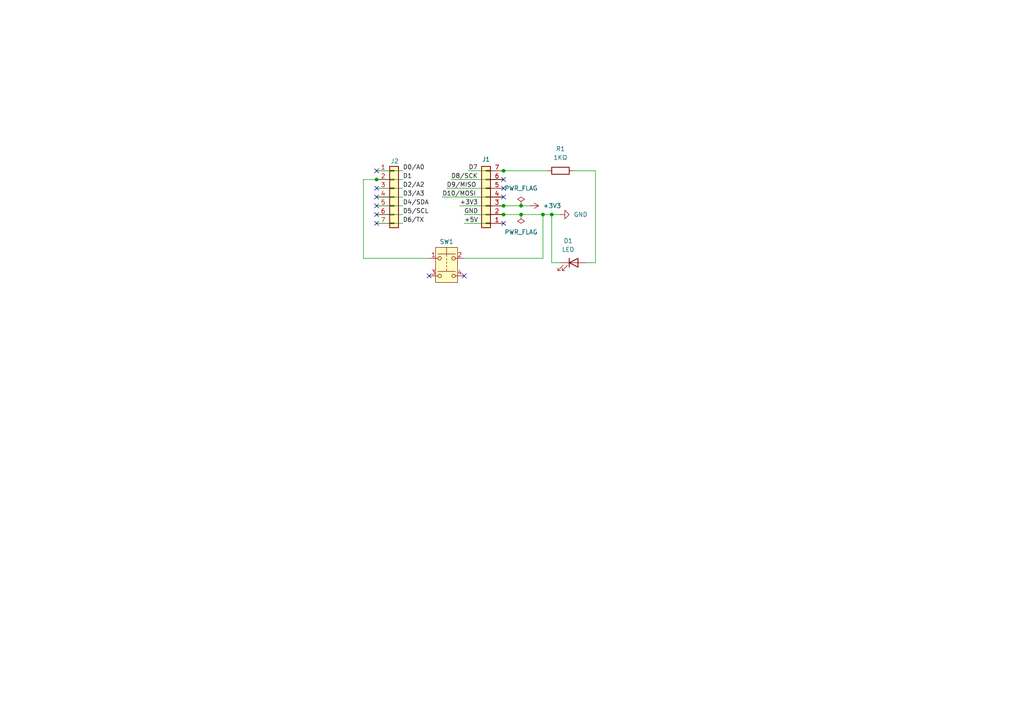
<source format=kicad_sch>
(kicad_sch (version 20250114) (generator "eeschema") (generator_version "9.0")
  (paper "A4")
  (lib_symbols
    (symbol "Connector_Generic:Conn_01x07" (pin_names (offset 1.016) (hide yes))
      (property "Reference" "J" (at 0 10.16 0))
      (property "Value" "Conn_01x07" (at 0 -10.16 0))
      (symbol "Conn_01x07_1_1"
        (rectangle (start -1.27 8.89) (end 1.27 -8.89) (stroke (width 0.254)) (fill (type background)))
        (rectangle (start -1.27 7.747) (end 0 7.493) (stroke (width 0.1524)))
        (rectangle (start -1.27 5.207) (end 0 4.953) (stroke (width 0.1524)))
        (rectangle (start -1.27 2.667) (end 0 2.413) (stroke (width 0.1524)))
        (rectangle (start -1.27 0.127) (end 0 -0.127) (stroke (width 0.1524)))
        (rectangle (start -1.27 -2.413) (end 0 -2.667) (stroke (width 0.1524)))
        (rectangle (start -1.27 -4.953) (end 0 -5.207) (stroke (width 0.1524)))
        (rectangle (start -1.27 -7.493) (end 0 -7.747) (stroke (width 0.1524)))
        (pin passive line (at -5.08 7.62 0) (length 3.81) (name "Pin_1") (number "1"))
        (pin passive line (at -5.08 5.08 0) (length 3.81) (name "Pin_2") (number "2"))
        (pin passive line (at -5.08 2.54 0) (length 3.81) (name "Pin_3") (number "3"))
        (pin passive line (at -5.08 0 0) (length 3.81) (name "Pin_4") (number "4"))
        (pin passive line (at -5.08 -2.54 0) (length 3.81) (name "Pin_5") (number "5"))
        (pin passive line (at -5.08 -5.08 0) (length 3.81) (name "Pin_6") (number "6"))
        (pin passive line (at -5.08 -7.62 0) (length 3.81) (name "Pin_7") (number "7"))
      )
    )
    (symbol "Device:LED" (pin_numbers (hide yes)) (pin_names (offset 1.016) (hide yes))
      (property "Reference" "D" (at 0 2.54 0))
      (property "Value" "LED" (at 0 -2.54 0))
      (symbol "LED_0_1"
        (polyline (pts (xy -3.048 -0.762) (xy -4.572 -2.286) (xy -3.81 -2.286) (xy -4.572 -2.286) (xy -4.572 -1.524)))
        (polyline (pts (xy -1.778 -0.762) (xy -3.302 -2.286) (xy -2.54 -2.286) (xy -3.302 -2.286) (xy -3.302 -1.524)))
        (polyline (pts (xy -1.27 0) (xy 1.27 0)))
        (polyline (pts (xy -1.27 -1.27) (xy -1.27 1.27)) (stroke (width 0.254)))
        (polyline (pts (xy 1.27 -1.27) (xy 1.27 1.27) (xy -1.27 0) (xy 1.27 -1.27)) (stroke (width 0.254)))
      )
      (symbol "LED_1_1"
        (pin passive line (at -3.81 0 0) (length 2.54) (name "K") (number "1"))
        (pin passive line (at 3.81 0 180) (length 2.54) (name "A") (number "2"))
      )
    )
    (symbol "Device:R" (pin_numbers (hide yes)) (pin_names (offset 0))
      (property "Reference" "R" (at 2.032 0 90))
      (property "Value" "R" (at 0 0 90))
      (symbol "R_0_1"
        (rectangle (start -1.016 -2.54) (end 1.016 2.54) (stroke (width 0.254)))
      )
      (symbol "R_1_1"
        (pin passive line (at 0 3.81 270) (length 1.27) (name "~") (number "1"))
        (pin passive line (at 0 -3.81 90) (length 1.27) (name "~") (number "2"))
      )
    )
    (symbol "Switch:SW_Push_Dual" (pin_names (offset 1.016) (hide yes))
      (property "Reference" "SW" (at 0 7.62 0))
      (property "Value" "SW_Push_Dual" (at 0 -6.35 0))
      (symbol "SW_Push_Dual_0_1"
        (circle (center -2.032 2.54) (radius 0.508))
        (circle (center -2.032 -2.54) (radius 0.508))
        (polyline (pts (xy 0 3.81) (xy 0 5.588)))
        (polyline (pts (xy 0 3.048) (xy 0 3.556)))
        (polyline (pts (xy 0 2.032) (xy 0 2.54)))
        (polyline (pts (xy 0 1.016) (xy 0 1.524)))
        (polyline (pts (xy 0 0.508) (xy 0 0)))
        (polyline (pts (xy 0 -0.508) (xy 0 -1.016)))
        (circle (center 2.032 2.54) (radius 0.508))
        (circle (center 2.032 -2.54) (radius 0.508))
        (polyline (pts (xy 2.54 3.81) (xy -2.54 3.81)))
        (polyline (pts (xy 2.54 -1.27) (xy -2.54 -1.27)))
        (pin passive line (at -5.08 2.54 0) (length 2.54) (name "1") (number "1"))
        (pin passive line (at -5.08 -2.54 0) (length 2.54) (name "3") (number "3"))
        (pin passive line (at 5.08 2.54 180) (length 2.54) (name "2") (number "2"))
        (pin passive line (at 5.08 -2.54 180) (length 2.54) (name "4") (number "4"))
      )
      (symbol "SW_Push_Dual_1_1"
        (rectangle (start -3.175 5.715) (end 3.175 -4.445) (fill (type background)))
      )
    )
    (symbol "power:+3V3" (power) (pin_numbers (hide yes)) (pin_names (offset 0) (hide yes))
      (property "Value" "+3V3" (at 0 3.556 0))
      (symbol "+3V3_0_1"
        (polyline (pts (xy -0.762 1.27) (xy 0 2.54)))
        (polyline (pts (xy 0 2.54) (xy 0.762 1.27)))
        (polyline (pts (xy 0 0) (xy 0 2.54)))
      )
      (symbol "+3V3_1_1"
        (pin power_in line (at 0 0 90) (length 0) (name "~") (number "1"))
      )
    )
    (symbol "power:GND" (power) (pin_numbers (hide yes)) (pin_names (offset 0) (hide yes))
      (property "Value" "GND" (at 0 -3.81 0))
      (symbol "GND_0_1"
        (polyline (pts (xy 0 0) (xy 0 -1.27) (xy 1.27 -1.27) (xy 0 -2.54) (xy -1.27 -1.27) (xy 0 -1.27)))
      )
      (symbol "GND_1_1"
        (pin power_in line (at 0 0 270) (length 0) (name "~") (number "1"))
      )
    )
    (symbol "power:PWR_FLAG" (power) (pin_numbers (hide yes)) (pin_names (offset 0) (hide yes))
      (property "Value" "PWR_FLAG" (at 0 3.81 0))
      (symbol "PWR_FLAG_0_0"
        (pin power_out line (at 0 0 90) (length 0) (name "~") (number "1"))
      )
      (symbol "PWR_FLAG_0_1"
        (polyline (pts (xy 0 0) (xy 0 1.27) (xy -1.016 1.905) (xy 0 2.54) (xy 1.016 1.905) (xy 0 1.27)))
      )
    )
  )
  (junction (at 160.02 62.23))
  (junction (at 151.13 59.69))
  (junction (at 157.48 62.23))
  (junction (at 146.05 49.53))
  (junction (at 109.22 52.07))
  (junction (at 151.13 62.23))
  (junction (at 146.05 62.23))
  (junction (at 146.05 59.69))
  (no_connect (at 124.46 80.01))
  (no_connect (at 109.22 54.61))
  (no_connect (at 134.62 80.01))
  (no_connect (at 109.22 49.53))
  (no_connect (at 109.22 57.15))
  (no_connect (at 146.05 64.77))
  (no_connect (at 109.22 64.77))
  (no_connect (at 109.22 59.69))
  (no_connect (at 146.05 54.61))
  (no_connect (at 146.05 57.15))
  (no_connect (at 146.05 52.07))
  (no_connect (at 109.22 62.23))
  (wire (pts (xy 135.89 49.53) (xy 146.05 49.53)))
  (wire (pts (xy 109.22 59.69) (xy 116.84 59.69)))
  (wire (pts (xy 172.72 76.2) (xy 170.18 76.2)))
  (wire (pts (xy 151.13 62.23) (xy 157.48 62.23)))
  (wire (pts (xy 109.22 62.23) (xy 116.84 62.23)))
  (wire (pts (xy 109.22 54.61) (xy 116.84 54.61)))
  (wire (pts (xy 109.22 52.07) (xy 105.41 52.07)))
  (wire (pts (xy 109.22 49.53) (xy 116.84 49.53)))
  (wire (pts (xy 160.02 76.2) (xy 162.56 76.2)))
  (wire (pts (xy 157.48 62.23) (xy 160.02 62.23)))
  (wire (pts (xy 172.72 49.53) (xy 166.37 49.53)))
  (wire (pts (xy 128.27 57.15) (xy 146.05 57.15)))
  (wire (pts (xy 172.72 49.53) (xy 172.72 76.2)))
  (wire (pts (xy 105.41 52.07) (xy 105.41 74.93)))
  (wire (pts (xy 146.05 49.53) (xy 158.75 49.53)))
  (wire (pts (xy 146.05 59.69) (xy 151.13 59.69)))
  (wire (pts (xy 105.41 74.93) (xy 124.46 74.93)))
  (wire (pts (xy 134.62 62.23) (xy 146.05 62.23)))
  (wire (pts (xy 151.13 59.69) (xy 153.67 59.69)))
  (wire (pts (xy 134.62 74.93) (xy 157.48 74.93)))
  (wire (pts (xy 130.81 52.07) (xy 146.05 52.07)))
  (wire (pts (xy 160.02 62.23) (xy 160.02 76.2)))
  (wire (pts (xy 157.48 62.23) (xy 157.48 74.93)))
  (wire (pts (xy 109.22 57.15) (xy 116.84 57.15)))
  (wire (pts (xy 129.54 54.61) (xy 146.05 54.61)))
  (wire (pts (xy 146.05 62.23) (xy 151.13 62.23)))
  (wire (pts (xy 133.35 59.69) (xy 146.05 59.69)))
  (wire (pts (xy 134.62 64.77) (xy 146.05 64.77)))
  (wire (pts (xy 160.02 62.23) (xy 162.56 62.23)))
  (wire (pts (xy 109.22 64.77) (xy 116.84 64.77)))
  (wire (pts (xy 109.22 52.07) (xy 116.84 52.07)))
  (label "D5{slash}SCL" (at 116.84 62.23 0))
  (label "D9{slash}MISO" (at 129.54 54.61 0))
  (label "D0{slash}A0" (at 116.84 49.53 0))
  (label "GND" (at 134.62 62.23 0))
  (label "D2{slash}A2" (at 116.84 54.61 0))
  (label "D4{slash}SDA" (at 116.84 59.69 0))
  (label "D3{slash}A3" (at 116.84 57.15 0))
  (label "+5V" (at 134.62 64.77 0))
  (label "D6{slash}TX" (at 116.84 64.77 0))
  (label "D10{slash}MOSI" (at 128.27 57.15 0))
  (label "D8{slash}SCK" (at 130.81 52.07 0))
  (label "+3V3" (at 133.35 59.69 0))
  (label "D7" (at 135.89 49.53 0))
  (label "D1" (at 116.84 52.07 0))
  (symbol (lib_id "power:+3V3") (at 153.67 59.69 270) (unit 1)
    (property "Reference" "#PWR01" (effects (hide yes)))
    (property "Value" "+3V3" (at 157.48 59.6899 90) (effects (justify left)))
    (property "Description" "Power symbol creates a global label with name \"+3V3\"" (effects (hide yes)))
  )
  (symbol (lib_id "power:PWR_FLAG") (at 151.13 59.69 0) (unit 1)
    (property "Reference" "#FLG01" (effects (hide yes)))
    (property "Value" "PWR_FLAG" (at 151.13 54.61 0))
    (property "Description" "Special symbol for telling ERC where power comes from" (effects (hide yes)))
  )
  (symbol (lib_id "Connector_Generic:Conn_01x07") (at 140.97 57.15 180) (unit 1)
    (property "Reference" "J1" (at 140.97 46.228 0))
    (property "Footprint" "Connector_PinHeader_2.54mm:PinHeader_1x07_P2.54mm_Vertical" (effects (hide yes)))
    (property "Description" "Generic connector, single row, 01x07, script generated (kicad-library-utils/schlib/autogen/connector/)" (effects (hide yes)))
  )
  (symbol (lib_id "power:GND") (at 162.56 62.23 90) (unit 1)
    (property "Reference" "#PWR03" (effects (hide yes)))
    (property "Value" "GND" (at 166.37 62.2299 90) (effects (justify right)))
    (property "Description" "Power symbol creates a global label with name \"GND\" , ground" (effects (hide yes)))
  )
  (symbol (lib_id "Switch:SW_Push_Dual") (at 129.54 77.47 0) (unit 1)
    (property "Reference" "SW1" (at 129.54 70.104 0))
    (property "Value" "~" (at 129.54 69.85 0))
    (property "Footprint" "Button_Switch_THT:SW_PUSH_6mm_H5mm" (effects (hide yes)))
    (property "Description" "Push button switch, generic, symbol, four pins" (effects (hide yes)))
  )
  (symbol (lib_id "Device:R") (at 162.56 49.53 270) (unit 1)
    (property "Reference" "R1" (at 162.56 43.18 90))
    (property "Value" "1KΩ" (at 162.56 45.72 90))
    (property "Footprint" "Resistor_THT:R_Axial_DIN0207_L6.3mm_D2.5mm_P7.62mm_Horizontal" (effects (hide yes)))
    (property "Description" "Resistor" (effects (hide yes)))
  )
  (symbol (lib_id "Device:LED") (at 166.37 76.2 0) (unit 1)
    (property "Reference" "D1" (at 164.7825 69.85 0))
    (property "Value" "LED" (at 164.7825 72.39 0))
    (property "Footprint" "LED_THT:LED_D3.0mm" (effects (hide yes)))
    (property "Description" "Light emitting diode" (effects (hide yes)))
    (property "Sim.Pins" "1=K 2=A" (effects (hide yes)))
  )
  (symbol (lib_id "Connector_Generic:Conn_01x07") (at 114.3 57.15 0) (unit 1)
    (property "Reference" "J2" (at 113.284 46.736 0) (effects (justify left)))
    (property "Footprint" "Connector_PinHeader_2.54mm:PinHeader_1x07_P2.54mm_Vertical" (effects (hide yes)))
    (property "Description" "Generic connector, single row, 01x07, script generated (kicad-library-utils/schlib/autogen/connector/)" (effects (hide yes)))
  )
  (symbol (lib_id "power:PWR_FLAG") (at 151.13 62.23 180) (unit 1)
    (property "Reference" "#FLG02" (effects (hide yes)))
    (property "Value" "PWR_FLAG" (at 151.13 67.31 0))
    (property "Description" "Special symbol for telling ERC where power comes from" (effects (hide yes)))
  )
)
</source>
